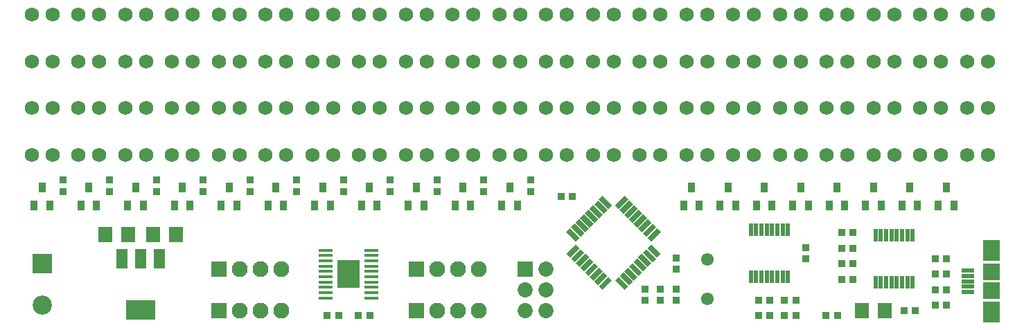
<source format=gts>
%FSLAX34Y34*%
G04 Gerber Fmt 3.4, Leading zero omitted, Abs format*
G04 (created by PCBNEW (2014-03-18 BZR 4754)-product) date Tue 01 Apr 2014 07:57:49 PM CDT*
%MOIN*%
G01*
G70*
G90*
G04 APERTURE LIST*
%ADD10C,0.006000*%
%ADD11R,0.033559X0.033559*%
%ADD12R,0.068992X0.076866*%
%ADD13R,0.019800X0.061100*%
%ADD14R,0.068504X0.017323*%
%ADD15R,0.109134X0.135906*%
%ADD16R,0.053244X0.092614*%
%ADD17R,0.143795X0.092614*%
%ADD18R,0.062992X0.023622*%
%ADD19R,0.082677X0.098425*%
%ADD20R,0.082677X0.078740*%
%ADD21R,0.076866X0.076866*%
%ADD22C,0.076866*%
%ADD23R,0.092614X0.092614*%
%ADD24C,0.092614*%
%ADD25C,0.068992*%
%ADD26R,0.072929X0.072929*%
%ADD27C,0.072929*%
%ADD28R,0.033465X0.049606*%
%ADD29C,0.061118*%
G04 APERTURE END LIST*
G54D10*
G54D11*
X69975Y-47300D03*
X69424Y-47300D03*
X72424Y-51050D03*
X72975Y-51050D03*
X45225Y-51300D03*
X44674Y-51300D03*
X73924Y-48550D03*
X74475Y-48550D03*
X73924Y-50800D03*
X74475Y-50800D03*
X69424Y-49550D03*
X69975Y-49550D03*
X69424Y-48800D03*
X69975Y-48800D03*
X69424Y-48050D03*
X69975Y-48050D03*
X55924Y-45550D03*
X56475Y-45550D03*
X61450Y-48524D03*
X61450Y-49075D03*
X61450Y-50575D03*
X61450Y-50024D03*
X59950Y-50575D03*
X59950Y-50024D03*
X60700Y-50575D03*
X60700Y-50024D03*
X68674Y-51300D03*
X69225Y-51300D03*
G54D12*
X71501Y-51050D03*
X70398Y-51050D03*
G54D13*
X66846Y-47168D03*
X66590Y-47168D03*
X66334Y-47168D03*
X66078Y-47168D03*
X65822Y-47168D03*
X65566Y-47168D03*
X65310Y-47168D03*
X65054Y-47168D03*
X65054Y-49432D03*
X65310Y-49432D03*
X65566Y-49432D03*
X65822Y-49432D03*
X66078Y-49432D03*
X66334Y-49432D03*
X66590Y-49432D03*
X66846Y-49432D03*
G54D14*
X44597Y-50195D03*
X44597Y-50451D03*
X44597Y-49939D03*
X44597Y-49683D03*
X44597Y-49427D03*
X44597Y-49172D03*
X44597Y-48916D03*
X44597Y-48660D03*
X46802Y-48148D03*
X46802Y-48404D03*
X46802Y-48660D03*
X46802Y-48916D03*
X46802Y-50451D03*
X46802Y-50195D03*
X46802Y-49939D03*
X46802Y-49683D03*
X46802Y-49427D03*
X46802Y-49172D03*
G54D15*
X45700Y-49300D03*
G54D14*
X44597Y-48404D03*
X44597Y-48148D03*
G54D13*
X71054Y-49682D03*
X71310Y-49682D03*
X71566Y-49682D03*
X71822Y-49682D03*
X72078Y-49682D03*
X72334Y-49682D03*
X72590Y-49682D03*
X72846Y-49682D03*
X72846Y-47418D03*
X72590Y-47418D03*
X72334Y-47418D03*
X72078Y-47418D03*
X71822Y-47418D03*
X71566Y-47418D03*
X71310Y-47418D03*
X71054Y-47418D03*
G54D16*
X36605Y-48579D03*
X35700Y-48579D03*
X34794Y-48579D03*
G54D17*
X35700Y-51020D03*
G54D10*
G36*
X59161Y-49888D02*
X58979Y-50069D01*
X58519Y-49609D01*
X58701Y-49427D01*
X59161Y-49888D01*
X59161Y-49888D01*
G37*
G36*
X59384Y-49665D02*
X59202Y-49847D01*
X58742Y-49386D01*
X58923Y-49205D01*
X59384Y-49665D01*
X59384Y-49665D01*
G37*
G36*
X59606Y-49442D02*
X59425Y-49624D01*
X58964Y-49164D01*
X59146Y-48982D01*
X59606Y-49442D01*
X59606Y-49442D01*
G37*
G36*
X59829Y-49219D02*
X59647Y-49401D01*
X59187Y-48941D01*
X59369Y-48759D01*
X59829Y-49219D01*
X59829Y-49219D01*
G37*
G36*
X60051Y-48997D02*
X59869Y-49179D01*
X59409Y-48719D01*
X59591Y-48537D01*
X60051Y-48997D01*
X60051Y-48997D01*
G37*
G36*
X60274Y-48775D02*
X60092Y-48956D01*
X59632Y-48496D01*
X59814Y-48314D01*
X60274Y-48775D01*
X60274Y-48775D01*
G37*
G36*
X60497Y-48552D02*
X60315Y-48734D01*
X59855Y-48273D01*
X60036Y-48092D01*
X60497Y-48552D01*
X60497Y-48552D01*
G37*
G36*
X60719Y-48329D02*
X60538Y-48511D01*
X60077Y-48051D01*
X60259Y-47869D01*
X60719Y-48329D01*
X60719Y-48329D01*
G37*
G36*
X60538Y-47088D02*
X60719Y-47270D01*
X60259Y-47730D01*
X60077Y-47548D01*
X60538Y-47088D01*
X60538Y-47088D01*
G37*
G36*
X60315Y-46865D02*
X60497Y-47047D01*
X60036Y-47507D01*
X59855Y-47326D01*
X60315Y-46865D01*
X60315Y-46865D01*
G37*
G36*
X60092Y-46643D02*
X60274Y-46824D01*
X59814Y-47285D01*
X59632Y-47103D01*
X60092Y-46643D01*
X60092Y-46643D01*
G37*
G36*
X59869Y-46420D02*
X60051Y-46602D01*
X59591Y-47062D01*
X59409Y-46880D01*
X59869Y-46420D01*
X59869Y-46420D01*
G37*
G36*
X59647Y-46198D02*
X59829Y-46380D01*
X59369Y-46840D01*
X59187Y-46658D01*
X59647Y-46198D01*
X59647Y-46198D01*
G37*
G36*
X59425Y-45975D02*
X59606Y-46157D01*
X59146Y-46617D01*
X58964Y-46435D01*
X59425Y-45975D01*
X59425Y-45975D01*
G37*
G36*
X59202Y-45752D02*
X59384Y-45934D01*
X58923Y-46394D01*
X58742Y-46213D01*
X59202Y-45752D01*
X59202Y-45752D01*
G37*
G36*
X58979Y-45530D02*
X59161Y-45711D01*
X58701Y-46172D01*
X58519Y-45990D01*
X58979Y-45530D01*
X58979Y-45530D01*
G37*
G36*
X57738Y-45711D02*
X57920Y-45530D01*
X58380Y-45990D01*
X58198Y-46172D01*
X57738Y-45711D01*
X57738Y-45711D01*
G37*
G36*
X57515Y-45934D02*
X57697Y-45752D01*
X58157Y-46213D01*
X57976Y-46394D01*
X57515Y-45934D01*
X57515Y-45934D01*
G37*
G36*
X57293Y-46157D02*
X57474Y-45975D01*
X57935Y-46435D01*
X57753Y-46617D01*
X57293Y-46157D01*
X57293Y-46157D01*
G37*
G36*
X57070Y-46380D02*
X57252Y-46198D01*
X57712Y-46658D01*
X57530Y-46840D01*
X57070Y-46380D01*
X57070Y-46380D01*
G37*
G36*
X56848Y-46602D02*
X57030Y-46420D01*
X57490Y-46880D01*
X57308Y-47062D01*
X56848Y-46602D01*
X56848Y-46602D01*
G37*
G36*
X56625Y-46824D02*
X56807Y-46643D01*
X57267Y-47103D01*
X57085Y-47285D01*
X56625Y-46824D01*
X56625Y-46824D01*
G37*
G36*
X56402Y-47047D02*
X56584Y-46865D01*
X57044Y-47326D01*
X56863Y-47507D01*
X56402Y-47047D01*
X56402Y-47047D01*
G37*
G36*
X56180Y-47270D02*
X56361Y-47088D01*
X56822Y-47548D01*
X56640Y-47730D01*
X56180Y-47270D01*
X56180Y-47270D01*
G37*
G36*
X56361Y-48511D02*
X56180Y-48329D01*
X56640Y-47869D01*
X56822Y-48051D01*
X56361Y-48511D01*
X56361Y-48511D01*
G37*
G36*
X56584Y-48734D02*
X56402Y-48552D01*
X56863Y-48092D01*
X57044Y-48273D01*
X56584Y-48734D01*
X56584Y-48734D01*
G37*
G36*
X56807Y-48956D02*
X56625Y-48775D01*
X57085Y-48314D01*
X57267Y-48496D01*
X56807Y-48956D01*
X56807Y-48956D01*
G37*
G36*
X57030Y-49179D02*
X56848Y-48997D01*
X57308Y-48537D01*
X57490Y-48719D01*
X57030Y-49179D01*
X57030Y-49179D01*
G37*
G36*
X57252Y-49401D02*
X57070Y-49219D01*
X57530Y-48759D01*
X57712Y-48941D01*
X57252Y-49401D01*
X57252Y-49401D01*
G37*
G36*
X57474Y-49624D02*
X57293Y-49442D01*
X57753Y-48982D01*
X57935Y-49164D01*
X57474Y-49624D01*
X57474Y-49624D01*
G37*
G36*
X57697Y-49847D02*
X57515Y-49665D01*
X57976Y-49205D01*
X58157Y-49386D01*
X57697Y-49847D01*
X57697Y-49847D01*
G37*
G36*
X57920Y-50069D02*
X57738Y-49888D01*
X58198Y-49427D01*
X58380Y-49609D01*
X57920Y-50069D01*
X57920Y-50069D01*
G37*
G54D18*
X75497Y-50161D03*
X75497Y-49905D03*
X75497Y-49650D03*
X75497Y-49394D03*
X75497Y-49138D03*
G54D19*
X76619Y-51126D03*
X76619Y-48173D03*
G54D20*
X76619Y-49197D03*
X76619Y-50102D03*
G54D21*
X48950Y-51050D03*
G54D22*
X49950Y-51050D03*
X50950Y-51050D03*
X51950Y-51050D03*
G54D21*
X48950Y-49050D03*
G54D22*
X49950Y-49050D03*
X50950Y-49050D03*
X51950Y-49050D03*
G54D21*
X39450Y-49050D03*
G54D22*
X40450Y-49050D03*
X41450Y-49050D03*
X42450Y-49050D03*
G54D21*
X39450Y-51050D03*
G54D22*
X40450Y-51050D03*
X41450Y-51050D03*
X42450Y-51050D03*
G54D23*
X30950Y-48800D03*
G54D24*
X30950Y-50800D03*
G54D11*
X65975Y-51300D03*
X65424Y-51300D03*
X65975Y-50550D03*
X65424Y-50550D03*
G54D25*
X30450Y-36800D03*
X31450Y-36800D03*
X30450Y-39050D03*
X31450Y-39050D03*
X30450Y-41300D03*
X31450Y-41300D03*
X30450Y-43550D03*
X31450Y-43550D03*
X75450Y-36800D03*
X76450Y-36800D03*
X75450Y-39050D03*
X76450Y-39050D03*
X75450Y-41300D03*
X76450Y-41300D03*
X75450Y-43550D03*
X76450Y-43550D03*
X32700Y-36800D03*
X33700Y-36800D03*
X32700Y-39050D03*
X33700Y-39050D03*
X32700Y-41300D03*
X33700Y-41300D03*
X32700Y-43550D03*
X33700Y-43550D03*
X73200Y-36800D03*
X74200Y-36800D03*
X73200Y-39050D03*
X74200Y-39050D03*
X73200Y-41300D03*
X74200Y-41300D03*
X73200Y-43550D03*
X74200Y-43550D03*
X34950Y-36800D03*
X35950Y-36800D03*
X34950Y-39050D03*
X35950Y-39050D03*
X34950Y-41300D03*
X35950Y-41300D03*
X34950Y-43550D03*
X35950Y-43550D03*
X70950Y-36800D03*
X71950Y-36800D03*
X70950Y-39050D03*
X71950Y-39050D03*
X70950Y-41300D03*
X71950Y-41300D03*
X70950Y-43550D03*
X71950Y-43550D03*
X37200Y-36800D03*
X38200Y-36800D03*
X37200Y-39050D03*
X38200Y-39050D03*
X37200Y-41300D03*
X38200Y-41300D03*
X37200Y-43550D03*
X38200Y-43550D03*
X68700Y-36800D03*
X69700Y-36800D03*
X68700Y-39050D03*
X69700Y-39050D03*
X68700Y-41300D03*
X69700Y-41300D03*
X68700Y-43550D03*
X69700Y-43550D03*
X39450Y-36800D03*
X40450Y-36800D03*
X39450Y-39050D03*
X40450Y-39050D03*
X39450Y-41300D03*
X40450Y-41300D03*
X39450Y-43550D03*
X40450Y-43550D03*
X66450Y-36800D03*
X67450Y-36800D03*
X66450Y-39050D03*
X67450Y-39050D03*
X66450Y-41300D03*
X67450Y-41300D03*
X66450Y-43550D03*
X67450Y-43550D03*
X41700Y-36800D03*
X42700Y-36800D03*
X41700Y-39050D03*
X42700Y-39050D03*
X41700Y-41300D03*
X42700Y-41300D03*
X41700Y-43550D03*
X42700Y-43550D03*
X64200Y-36800D03*
X65200Y-36800D03*
X64200Y-39050D03*
X65200Y-39050D03*
X64200Y-41300D03*
X65200Y-41300D03*
X64200Y-43550D03*
X65200Y-43550D03*
X43950Y-36800D03*
X44950Y-36800D03*
X43950Y-39050D03*
X44950Y-39050D03*
X43950Y-41300D03*
X44950Y-41300D03*
X43950Y-43550D03*
X44950Y-43550D03*
X61950Y-36800D03*
X62950Y-36800D03*
X61950Y-39050D03*
X62950Y-39050D03*
X61950Y-41300D03*
X62950Y-41300D03*
X61950Y-43550D03*
X62950Y-43550D03*
X46200Y-36800D03*
X47200Y-36800D03*
X46200Y-39050D03*
X47200Y-39050D03*
X46200Y-41300D03*
X47200Y-41300D03*
X46200Y-43550D03*
X47200Y-43550D03*
X59700Y-36800D03*
X60700Y-36800D03*
X59700Y-39050D03*
X60700Y-39050D03*
X59700Y-41300D03*
X60700Y-41300D03*
X59700Y-43550D03*
X60700Y-43550D03*
X48450Y-36800D03*
X49450Y-36800D03*
X48450Y-39050D03*
X49450Y-39050D03*
X48450Y-41300D03*
X49450Y-41300D03*
X48450Y-43550D03*
X49450Y-43550D03*
X57450Y-36800D03*
X58450Y-36800D03*
X57450Y-39050D03*
X58450Y-39050D03*
X57450Y-41300D03*
X58450Y-41300D03*
X57450Y-43550D03*
X58450Y-43550D03*
X50700Y-36800D03*
X51700Y-36800D03*
X50700Y-39050D03*
X51700Y-39050D03*
X50700Y-41300D03*
X51700Y-41300D03*
X50700Y-43550D03*
X51700Y-43550D03*
X55200Y-36800D03*
X56200Y-36800D03*
X55200Y-39050D03*
X56200Y-39050D03*
X55200Y-41300D03*
X56200Y-41300D03*
X55200Y-43550D03*
X56200Y-43550D03*
X52950Y-36800D03*
X53950Y-36800D03*
X52950Y-39050D03*
X53950Y-39050D03*
X52950Y-41300D03*
X53950Y-41300D03*
X52950Y-43550D03*
X53950Y-43550D03*
G54D26*
X54200Y-49050D03*
G54D27*
X55200Y-49050D03*
X54200Y-50050D03*
X55200Y-50050D03*
X54200Y-51050D03*
X55200Y-51050D03*
G54D28*
X61825Y-45983D03*
X62200Y-45116D03*
X62574Y-45983D03*
X63575Y-45983D03*
X63950Y-45116D03*
X64324Y-45983D03*
X65325Y-45983D03*
X65700Y-45116D03*
X66074Y-45983D03*
X67075Y-45983D03*
X67450Y-45116D03*
X67824Y-45983D03*
X68825Y-45983D03*
X69200Y-45116D03*
X69574Y-45983D03*
X70575Y-45983D03*
X70950Y-45116D03*
X71324Y-45983D03*
X72325Y-45983D03*
X72700Y-45116D03*
X73074Y-45983D03*
X74075Y-45983D03*
X74450Y-45116D03*
X74824Y-45983D03*
X30575Y-45983D03*
X30950Y-45116D03*
X31324Y-45983D03*
X32825Y-45983D03*
X33200Y-45116D03*
X33574Y-45983D03*
X35075Y-45983D03*
X35450Y-45116D03*
X35824Y-45983D03*
X37325Y-45983D03*
X37700Y-45116D03*
X38074Y-45983D03*
X39575Y-45983D03*
X39950Y-45116D03*
X40324Y-45983D03*
X41825Y-45983D03*
X42200Y-45116D03*
X42574Y-45983D03*
X44075Y-45983D03*
X44450Y-45116D03*
X44824Y-45983D03*
X46325Y-45983D03*
X46700Y-45116D03*
X47074Y-45983D03*
X48575Y-45983D03*
X48950Y-45116D03*
X49324Y-45983D03*
X50825Y-45983D03*
X51200Y-45116D03*
X51574Y-45983D03*
X53075Y-45983D03*
X53450Y-45116D03*
X53824Y-45983D03*
G54D11*
X46174Y-51300D03*
X46725Y-51300D03*
X67700Y-48575D03*
X67700Y-48024D03*
X74475Y-50050D03*
X73924Y-50050D03*
X74475Y-49300D03*
X73924Y-49300D03*
X67225Y-51300D03*
X66674Y-51300D03*
X67225Y-50550D03*
X66674Y-50550D03*
X31950Y-45325D03*
X31950Y-44774D03*
X34200Y-45325D03*
X34200Y-44774D03*
X36450Y-45325D03*
X36450Y-44774D03*
X38700Y-45325D03*
X38700Y-44774D03*
X40950Y-45325D03*
X40950Y-44774D03*
X43200Y-45325D03*
X43200Y-44774D03*
X45450Y-45325D03*
X45450Y-44774D03*
X47700Y-45325D03*
X47700Y-44774D03*
X49950Y-45325D03*
X49950Y-44774D03*
X52200Y-45325D03*
X52200Y-44774D03*
X54450Y-45325D03*
X54450Y-44774D03*
G54D29*
X62950Y-50510D03*
X62950Y-48589D03*
G54D12*
X35101Y-47400D03*
X33998Y-47400D03*
X36298Y-47400D03*
X37401Y-47400D03*
M02*

</source>
